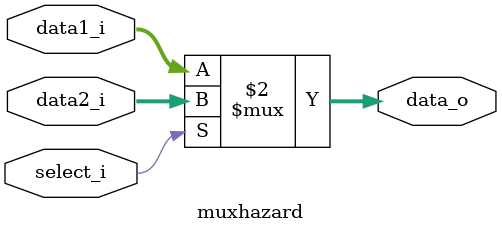
<source format=v>
module muxhazard(
    data1_i,
    data2_i,
    select_i,
    data_o
);

input	[3:0]	data1_i;
input 	[3:0]	data2_i;
input select_i;
output 	[3:0]	data_o;

assign data_o = (select_i == 1'b0)?data1_i:data2_i;

endmodule
</source>
